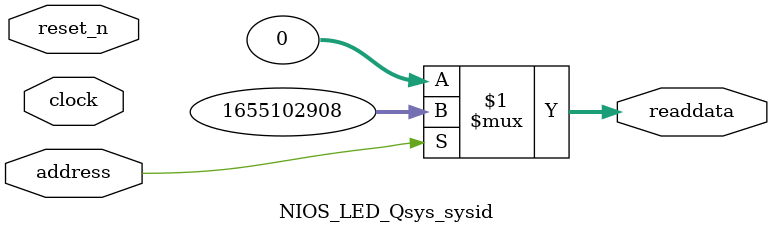
<source format=v>



// synthesis translate_off
`timescale 1ns / 1ps
// synthesis translate_on

// turn off superfluous verilog processor warnings 
// altera message_level Level1 
// altera message_off 10034 10035 10036 10037 10230 10240 10030 

module NIOS_LED_Qsys_sysid (
               // inputs:
                address,
                clock,
                reset_n,

               // outputs:
                readdata
             )
;

  output  [ 31: 0] readdata;
  input            address;
  input            clock;
  input            reset_n;

  wire    [ 31: 0] readdata;
  //control_slave, which is an e_avalon_slave
  assign readdata = address ? 1655102908 : 0;

endmodule



</source>
